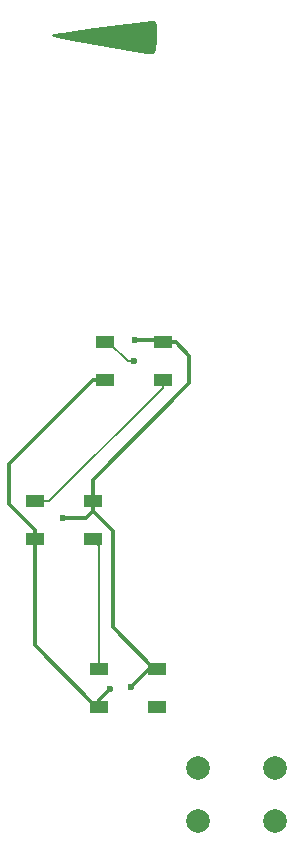
<source format=gbr>
G04 #@! TF.GenerationSoftware,KiCad,Pcbnew,(5.0.1)-4*
G04 #@! TF.CreationDate,2019-03-02T12:17:37+01:00*
G04 #@! TF.ProjectId,Simple_Christamas_Ornament,53696D706C655F436872697374616D61,rev?*
G04 #@! TF.SameCoordinates,Original*
G04 #@! TF.FileFunction,Copper,L2,Bot,Signal*
G04 #@! TF.FilePolarity,Positive*
%FSLAX46Y46*%
G04 Gerber Fmt 4.6, Leading zero omitted, Abs format (unit mm)*
G04 Created by KiCad (PCBNEW (5.0.1)-4) date 02/03/2019 12:17:37*
%MOMM*%
%LPD*%
G01*
G04 APERTURE LIST*
G04 #@! TA.AperFunction,SMDPad,CuDef*
%ADD10R,1.500000X1.000000*%
G04 #@! TD*
G04 #@! TA.AperFunction,ComponentPad*
%ADD11C,2.000000*%
G04 #@! TD*
G04 #@! TA.AperFunction,ViaPad*
%ADD12C,0.600000*%
G04 #@! TD*
G04 #@! TA.AperFunction,Conductor*
%ADD13C,0.300000*%
G04 #@! TD*
G04 #@! TA.AperFunction,Conductor*
%ADD14C,0.200000*%
G04 #@! TD*
G04 #@! TA.AperFunction,NonConductor*
%ADD15C,0.254000*%
G04 #@! TD*
G04 APERTURE END LIST*
D10*
G04 #@! TO.P,D2,3*
G04 #@! TO.N,/PIX_GND*
X128741000Y-102311000D03*
G04 #@! TO.P,D2,4*
G04 #@! TO.N,/LedData_MISO*
X128741000Y-99111000D03*
G04 #@! TO.P,D2,2*
G04 #@! TO.N,Net-(D2-Pad2)*
X133641000Y-102311000D03*
G04 #@! TO.P,D2,1*
G04 #@! TO.N,VCC*
X133641000Y-99111000D03*
G04 #@! TD*
G04 #@! TO.P,D3,1*
G04 #@! TO.N,VCC*
X127672000Y-112636500D03*
G04 #@! TO.P,D3,2*
G04 #@! TO.N,Net-(D3-Pad2)*
X127672000Y-115836500D03*
G04 #@! TO.P,D3,4*
G04 #@! TO.N,Net-(D2-Pad2)*
X122772000Y-112636500D03*
G04 #@! TO.P,D3,3*
G04 #@! TO.N,/PIX_GND*
X122772000Y-115836500D03*
G04 #@! TD*
G04 #@! TO.P,D4,3*
G04 #@! TO.N,/PIX_GND*
X128233000Y-129997000D03*
G04 #@! TO.P,D4,4*
G04 #@! TO.N,Net-(D3-Pad2)*
X128233000Y-126797000D03*
G04 #@! TO.P,D4,2*
G04 #@! TO.N,Net-(D4-Pad2)*
X133133000Y-129997000D03*
G04 #@! TO.P,D4,1*
G04 #@! TO.N,VCC*
X133133000Y-126797000D03*
G04 #@! TD*
D11*
G04 #@! TO.P,SW1,2*
G04 #@! TO.N,GND*
X143078200Y-139678800D03*
G04 #@! TO.P,SW1,1*
G04 #@! TO.N,/Button*
X143078200Y-135178800D03*
G04 #@! TO.P,SW1,2*
G04 #@! TO.N,GND*
X136578200Y-139678800D03*
G04 #@! TO.P,SW1,1*
G04 #@! TO.N,/Button*
X136578200Y-135178800D03*
G04 #@! TD*
D12*
G04 #@! TO.N,VCC*
X125196600Y-113995200D03*
X130886200Y-128346200D03*
X131241800Y-98983800D03*
G04 #@! TO.N,/PIX_GND*
X129133600Y-128549400D03*
G04 #@! TO.N,/LedData_MISO*
X131140200Y-100761800D03*
G04 #@! TD*
D13*
G04 #@! TO.N,VCC*
X134691000Y-99111000D02*
X135864600Y-100284600D01*
X133641000Y-99111000D02*
X134691000Y-99111000D01*
X135864600Y-100284600D02*
X135864600Y-102641400D01*
X127672000Y-110834000D02*
X127672000Y-112636500D01*
X135864600Y-102641400D02*
X127672000Y-110834000D01*
X132883000Y-126797000D02*
X133133000Y-126797000D01*
X129362200Y-115126700D02*
X129362200Y-116206302D01*
X129362200Y-116206302D02*
X129387600Y-116231702D01*
X127672000Y-113436500D02*
X129362200Y-115126700D01*
X129387600Y-116231702D02*
X129387600Y-123301600D01*
X129387600Y-123301600D02*
X132883000Y-126797000D01*
X127672000Y-113436500D02*
X127672000Y-112636500D01*
X127113300Y-113995200D02*
X127672000Y-113436500D01*
X125196600Y-113995200D02*
X127113300Y-113995200D01*
X133133000Y-126797000D02*
X132435400Y-126797000D01*
X132435400Y-126797000D02*
X130886200Y-128346200D01*
X133513800Y-98983800D02*
X133641000Y-99111000D01*
X131241800Y-98983800D02*
X133513800Y-98983800D01*
G04 #@! TO.N,/PIX_GND*
X127983000Y-129997000D02*
X128233000Y-129997000D01*
X122772000Y-124786000D02*
X127983000Y-129997000D01*
X122772000Y-115836500D02*
X122772000Y-124786000D01*
X122772000Y-115036500D02*
X122772000Y-115836500D01*
X120573800Y-112838300D02*
X122772000Y-115036500D01*
X120573800Y-109428200D02*
X120573800Y-112838300D01*
X127691000Y-102311000D02*
X120573800Y-109428200D01*
X128741000Y-102311000D02*
X127691000Y-102311000D01*
X128233000Y-129450000D02*
X129133600Y-128549400D01*
X128233000Y-129997000D02*
X128233000Y-129450000D01*
D14*
G04 #@! TO.N,Net-(D2-Pad2)*
X123722000Y-112636500D02*
X122772000Y-112636500D01*
X124015500Y-112636500D02*
X123722000Y-112636500D01*
X133641000Y-103011000D02*
X124015500Y-112636500D01*
X133641000Y-102311000D02*
X133641000Y-103011000D01*
G04 #@! TO.N,Net-(D3-Pad2)*
X128233000Y-116397500D02*
X127672000Y-115836500D01*
X128233000Y-126797000D02*
X128233000Y-116397500D01*
G04 #@! TO.N,/LedData_MISO*
X130641800Y-100761800D02*
X131140200Y-100761800D01*
X128741000Y-99111000D02*
X128991000Y-99111000D01*
X128991000Y-99111000D02*
X130641800Y-100761800D01*
G04 #@! TD*
D15*
G36*
X132842254Y-72040377D02*
X132918555Y-72307431D01*
X132943459Y-73552637D01*
X132869529Y-74218005D01*
X132765570Y-74550673D01*
X132621842Y-74598583D01*
X132221330Y-74575023D01*
X125906500Y-73509871D01*
X124352227Y-73171119D01*
X125115551Y-73023379D01*
X127753543Y-72668265D01*
X132709404Y-72010855D01*
X132842254Y-72040377D01*
X132842254Y-72040377D01*
G37*
X132842254Y-72040377D02*
X132918555Y-72307431D01*
X132943459Y-73552637D01*
X132869529Y-74218005D01*
X132765570Y-74550673D01*
X132621842Y-74598583D01*
X132221330Y-74575023D01*
X125906500Y-73509871D01*
X124352227Y-73171119D01*
X125115551Y-73023379D01*
X127753543Y-72668265D01*
X132709404Y-72010855D01*
X132842254Y-72040377D01*
M02*

</source>
